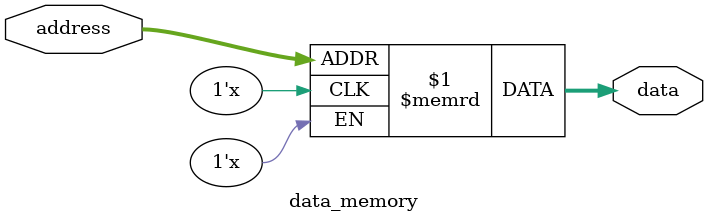
<source format=sv>
`timescale 1ns / 1ps

module data_memory #(parameter MEMORY_DEPTH = 1024) (
    input logic[31:0] address,
    output logic[31:0] data
    );
    logic[31:0] data_memory[0:MEMORY_DEPTH - 1];
    
    assign data = data_memory[address];
    
endmodule

</source>
